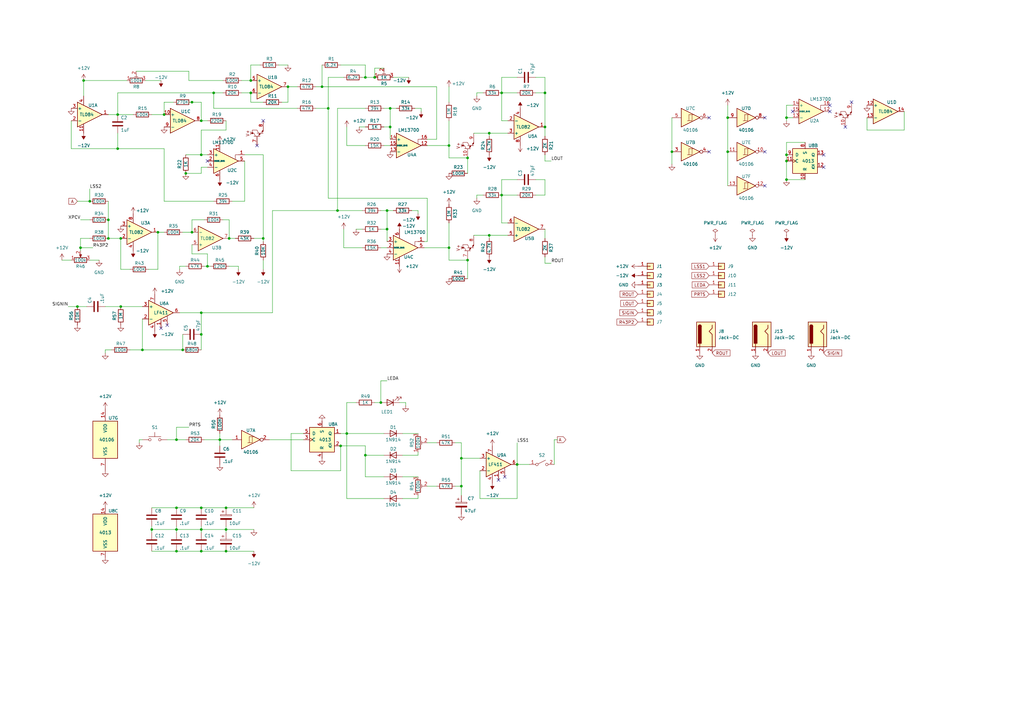
<source format=kicad_sch>
(kicad_sch (version 20211123) (generator eeschema)
  (paper "A3")
  (junction (at 33.02 101.6))
  (junction (at 92.71 208.28))
  (junction (at 200.66 96.52))
  (junction (at 78.74 95.25))
  (junction (at 153.67 31.75))
  (junction (at 184.15 101.6))
  (junction (at 142.24 177.8))
  (junction (at 72.39 226.06))
  (junction (at 62.23 217.17))
  (junction (at 156.21 165.1))
  (junction (at 74.93 143.51))
  (junction (at 31.75 125.73))
  (junction (at 102.87 33.02))
  (junction (at 90.17 180.34))
  (junction (at 92.71 226.06))
  (junction (at 34.29 33.02))
  (junction (at 134.62 44.45))
  (junction (at 87.63 38.1))
  (junction (at 189.23 187.96))
  (junction (at 223.52 52.07))
  (junction (at 82.55 63.5))
  (junction (at 160.02 52.07))
  (junction (at 58.42 143.51))
  (junction (at 138.43 86.36))
  (junction (at 64.77 95.25))
  (junction (at 36.83 82.55))
  (junction (at 275.59 62.23))
  (junction (at 44.45 90.17))
  (junction (at 82.55 226.06))
  (junction (at 49.53 125.73))
  (junction (at 200.66 54.61))
  (junction (at 78.74 41.91))
  (junction (at 298.45 62.23))
  (junction (at 322.58 63.5))
  (junction (at 149.86 31.75))
  (junction (at 223.52 38.1))
  (junction (at 191.77 64.77))
  (junction (at 322.58 73.66))
  (junction (at 82.55 49.53))
  (junction (at 205.74 38.1))
  (junction (at 82.55 208.28))
  (junction (at 82.55 137.16))
  (junction (at 76.2 71.12))
  (junction (at 49.53 97.79))
  (junction (at 82.55 128.27))
  (junction (at 82.55 217.17))
  (junction (at 92.71 217.17))
  (junction (at 72.39 217.17))
  (junction (at 212.09 190.5))
  (junction (at 44.45 97.79))
  (junction (at 189.23 199.39))
  (junction (at 102.87 38.1))
  (junction (at 139.7 182.88))
  (junction (at 322.58 48.26))
  (junction (at 184.15 59.69))
  (junction (at 149.86 186.69))
  (junction (at 72.39 180.34))
  (junction (at 205.74 80.01))
  (junction (at 158.75 86.36))
  (junction (at 132.08 35.56))
  (junction (at 191.77 106.68))
  (junction (at 298.45 48.26))
  (junction (at 72.39 208.28))
  (junction (at 160.02 44.45))
  (junction (at 67.31 46.99))
  (junction (at 322.58 66.04))
  (junction (at 48.26 60.96))
  (junction (at 93.98 97.79))
  (junction (at 85.09 109.22))
  (junction (at 107.95 97.79))
  (junction (at 48.26 46.99))
  (junction (at 158.75 93.98))
  (junction (at 118.11 35.56))
  (no_connect (at 325.12 45.72))
  (no_connect (at 66.04 134.62))
  (no_connect (at 68.58 133.35))
  (no_connect (at 105.41 59.69))
  (no_connect (at 107.95 49.53))
  (no_connect (at 337.82 68.58))
  (no_connect (at 337.82 63.5))
  (no_connect (at 204.47 196.85))
  (no_connect (at 207.01 195.58))
  (no_connect (at 313.69 62.23))
  (no_connect (at 290.83 62.23))
  (no_connect (at 290.83 48.26))
  (no_connect (at 313.69 48.26))
  (no_connect (at 313.69 76.2))
  (no_connect (at 346.71 52.07))
  (no_connect (at 349.25 41.91))
  (no_connect (at 340.36 45.72))
  (no_connect (at 340.36 43.18))
  (no_connect (at 85.09 66.04))
  (wire (pts (xy 85.09 109.22) (xy 86.36 109.22)))
  (wire (pts (xy 82.55 53.34) (xy 82.55 63.5)))
  (wire (pts (xy 322.58 73.66) (xy 330.2 73.66)))
  (wire (pts (xy 275.59 48.26) (xy 275.59 62.23)))
  (wire (pts (xy 102.87 33.02) (xy 102.87 26.67)))
  (wire (pts (xy 191.77 64.77) (xy 191.77 71.12)))
  (wire (pts (xy 72.39 180.34) (xy 76.2 180.34)))
  (wire (pts (xy 43.18 143.51) (xy 45.72 143.51)))
  (wire (pts (xy 48.26 46.99) (xy 48.26 38.1)))
  (wire (pts (xy 194.31 96.52) (xy 200.66 96.52)))
  (wire (pts (xy 205.74 80.01) (xy 205.74 91.44)))
  (wire (pts (xy 102.87 26.67) (xy 106.68 26.67)))
  (wire (pts (xy 175.26 81.28) (xy 175.26 99.06)))
  (wire (pts (xy 157.48 59.69) (xy 160.02 59.69)))
  (wire (pts (xy 157.48 52.07) (xy 160.02 52.07)))
  (wire (pts (xy 153.67 165.1) (xy 156.21 165.1)))
  (wire (pts (xy 31.75 125.73) (xy 35.56 125.73)))
  (wire (pts (xy 175.26 99.06) (xy 173.99 99.06)))
  (wire (pts (xy 147.32 52.07) (xy 149.86 52.07)))
  (wire (pts (xy 78.74 90.17) (xy 83.82 90.17)))
  (wire (pts (xy 212.09 181.61) (xy 212.09 190.5)))
  (wire (pts (xy 139.7 182.88) (xy 149.86 182.88)))
  (wire (pts (xy 219.71 80.01) (xy 223.52 80.01)))
  (wire (pts (xy 158.75 86.36) (xy 158.75 93.98)))
  (wire (pts (xy 67.31 41.91) (xy 71.12 41.91)))
  (wire (pts (xy 134.62 44.45) (xy 134.62 31.75)))
  (wire (pts (xy 355.6 48.26) (xy 355.6 53.34)))
  (wire (pts (xy 208.28 49.53) (xy 205.74 49.53)))
  (wire (pts (xy 72.39 217.17) (xy 82.55 217.17)))
  (wire (pts (xy 205.74 80.01) (xy 205.74 73.66)))
  (wire (pts (xy 149.86 186.69) (xy 157.48 186.69)))
  (wire (pts (xy 153.67 31.75) (xy 153.67 27.94)))
  (wire (pts (xy 165.1 204.47) (xy 171.45 204.47)))
  (wire (pts (xy 33.02 97.79) (xy 33.02 101.6)))
  (wire (pts (xy 205.74 38.1) (xy 212.09 38.1)))
  (wire (pts (xy 99.06 38.1) (xy 102.87 38.1)))
  (wire (pts (xy 156.21 165.1) (xy 156.21 156.21)))
  (wire (pts (xy 64.77 95.25) (xy 67.31 95.25)))
  (wire (pts (xy 104.14 97.79) (xy 107.95 97.79)))
  (wire (pts (xy 175.26 199.39) (xy 179.07 199.39)))
  (wire (pts (xy 73.66 110.49) (xy 73.66 109.22)))
  (wire (pts (xy 160.02 52.07) (xy 160.02 57.15)))
  (wire (pts (xy 82.55 128.27) (xy 82.55 137.16)))
  (wire (pts (xy 72.39 180.34) (xy 72.39 175.26)))
  (wire (pts (xy 62.23 217.17) (xy 62.23 218.44)))
  (wire (pts (xy 73.66 109.22) (xy 76.2 109.22)))
  (wire (pts (xy 33.02 101.6) (xy 38.1 101.6)))
  (wire (pts (xy 93.98 109.22) (xy 97.79 109.22)))
  (wire (pts (xy 223.52 107.95) (xy 226.06 107.95)))
  (wire (pts (xy 82.55 68.58) (xy 85.09 68.58)))
  (wire (pts (xy 87.63 38.1) (xy 91.44 38.1)))
  (wire (pts (xy 57.15 181.61) (xy 57.15 180.34)))
  (wire (pts (xy 179.07 57.15) (xy 175.26 57.15)))
  (wire (pts (xy 142.24 165.1) (xy 146.05 165.1)))
  (wire (pts (xy 146.05 93.98) (xy 148.59 93.98)))
  (wire (pts (xy 78.74 100.33) (xy 78.74 104.14)))
  (wire (pts (xy 57.15 180.34) (xy 58.42 180.34)))
  (wire (pts (xy 161.29 31.75) (xy 167.64 31.75)))
  (wire (pts (xy 139.7 193.04) (xy 139.7 182.88)))
  (wire (pts (xy 48.26 60.96) (xy 48.26 54.61)))
  (wire (pts (xy 142.24 59.69) (xy 149.86 59.69)))
  (wire (pts (xy 48.26 46.99) (xy 54.61 46.99)))
  (wire (pts (xy 53.34 143.51) (xy 58.42 143.51)))
  (wire (pts (xy 140.97 101.6) (xy 148.59 101.6)))
  (wire (pts (xy 82.55 63.5) (xy 85.09 63.5)))
  (wire (pts (xy 200.66 54.61) (xy 208.28 54.61)))
  (wire (pts (xy 82.55 71.12) (xy 82.55 68.58)))
  (wire (pts (xy 195.58 81.28) (xy 195.58 80.01)))
  (wire (pts (xy 62.23 226.06) (xy 72.39 226.06)))
  (wire (pts (xy 134.62 81.28) (xy 175.26 81.28)))
  (wire (pts (xy 195.58 80.01) (xy 198.12 80.01)))
  (wire (pts (xy 83.82 180.34) (xy 90.17 180.34)))
  (wire (pts (xy 139.7 177.8) (xy 142.24 177.8)))
  (wire (pts (xy 223.52 73.66) (xy 219.71 73.66)))
  (wire (pts (xy 90.17 180.34) (xy 90.17 177.8)))
  (wire (pts (xy 195.58 39.37) (xy 195.58 38.1)))
  (wire (pts (xy 179.07 35.56) (xy 132.08 35.56)))
  (wire (pts (xy 330.2 58.42) (xy 322.58 58.42)))
  (wire (pts (xy 322.58 66.04) (xy 322.58 73.66)))
  (wire (pts (xy 85.09 104.14) (xy 85.09 109.22)))
  (wire (pts (xy 92.71 217.17) (xy 92.71 218.44)))
  (wire (pts (xy 138.43 44.45) (xy 149.86 44.45)))
  (wire (pts (xy 97.79 109.22) (xy 97.79 110.49)))
  (wire (pts (xy 200.66 96.52) (xy 200.66 97.79)))
  (wire (pts (xy 149.86 186.69) (xy 149.86 195.58)))
  (wire (pts (xy 82.55 137.16) (xy 82.55 143.51)))
  (wire (pts (xy 298.45 62.23) (xy 298.45 76.2)))
  (wire (pts (xy 48.26 38.1) (xy 87.63 38.1)))
  (wire (pts (xy 322.58 48.26) (xy 322.58 43.18)))
  (wire (pts (xy 29.21 49.53) (xy 29.21 60.96)))
  (wire (pts (xy 43.18 144.78) (xy 43.18 143.51)))
  (wire (pts (xy 34.29 33.02) (xy 52.07 33.02)))
  (wire (pts (xy 62.23 217.17) (xy 72.39 217.17)))
  (wire (pts (xy 195.58 38.1) (xy 198.12 38.1)))
  (wire (pts (xy 149.86 182.88) (xy 149.86 186.69)))
  (wire (pts (xy 92.71 217.17) (xy 104.14 217.17)))
  (wire (pts (xy 189.23 187.96) (xy 189.23 199.39)))
  (wire (pts (xy 142.24 204.47) (xy 157.48 204.47)))
  (wire (pts (xy 68.58 180.34) (xy 72.39 180.34)))
  (wire (pts (xy 142.24 177.8) (xy 142.24 204.47)))
  (wire (pts (xy 90.17 180.34) (xy 95.25 180.34)))
  (wire (pts (xy 191.77 106.68) (xy 191.77 114.3)))
  (wire (pts (xy 134.62 31.75) (xy 140.97 31.75)))
  (wire (pts (xy 132.08 26.67) (xy 132.08 35.56)))
  (wire (pts (xy 184.15 106.68) (xy 191.77 106.68)))
  (wire (pts (xy 149.86 31.75) (xy 153.67 31.75)))
  (wire (pts (xy 59.69 33.02) (xy 66.04 33.02)))
  (wire (pts (xy 87.63 44.45) (xy 121.92 44.45)))
  (wire (pts (xy 160.02 44.45) (xy 162.56 44.45)))
  (wire (pts (xy 205.74 49.53) (xy 205.74 38.1)))
  (wire (pts (xy 72.39 208.28) (xy 82.55 208.28)))
  (wire (pts (xy 142.24 52.07) (xy 142.24 59.69)))
  (wire (pts (xy 156.21 86.36) (xy 158.75 86.36)))
  (wire (pts (xy 78.74 41.91) (xy 82.55 41.91)))
  (wire (pts (xy 90.17 180.34) (xy 90.17 182.88)))
  (wire (pts (xy 49.53 125.73) (xy 58.42 125.73)))
  (wire (pts (xy 100.33 82.55) (xy 95.25 82.55)))
  (wire (pts (xy 49.53 110.49) (xy 53.34 110.49)))
  (wire (pts (xy 298.45 43.18) (xy 298.45 48.26)))
  (wire (pts (xy 168.91 86.36) (xy 171.45 86.36)))
  (wire (pts (xy 33.02 101.6) (xy 33.02 102.87)))
  (wire (pts (xy 370.84 53.34) (xy 370.84 45.72)))
  (wire (pts (xy 100.33 66.04) (xy 100.33 82.55)))
  (wire (pts (xy 189.23 187.96) (xy 196.85 187.96)))
  (wire (pts (xy 138.43 86.36) (xy 148.59 86.36)))
  (wire (pts (xy 62.23 208.28) (xy 72.39 208.28)))
  (wire (pts (xy 60.96 110.49) (xy 64.77 110.49)))
  (wire (pts (xy 92.71 215.9) (xy 92.71 217.17)))
  (wire (pts (xy 219.71 38.1) (xy 223.52 38.1)))
  (wire (pts (xy 186.69 181.61) (xy 189.23 181.61)))
  (wire (pts (xy 165.1 186.69) (xy 171.45 186.69)))
  (wire (pts (xy 156.21 93.98) (xy 158.75 93.98)))
  (wire (pts (xy 62.23 46.99) (xy 67.31 46.99)))
  (wire (pts (xy 175.26 181.61) (xy 179.07 181.61)))
  (wire (pts (xy 160.02 44.45) (xy 160.02 52.07)))
  (wire (pts (xy 129.54 35.56) (xy 132.08 35.56)))
  (wire (pts (xy 82.55 128.27) (xy 111.76 128.27)))
  (wire (pts (xy 212.09 204.47) (xy 212.09 190.5)))
  (wire (pts (xy 67.31 82.55) (xy 87.63 82.55)))
  (wire (pts (xy 49.53 97.79) (xy 49.53 110.49)))
  (wire (pts (xy 72.39 175.26) (xy 77.47 175.26)))
  (wire (pts (xy 298.45 48.26) (xy 298.45 62.23)))
  (wire (pts (xy 82.55 49.53) (xy 85.09 49.53)))
  (wire (pts (xy 223.52 80.01) (xy 223.52 73.66)))
  (wire (pts (xy 158.75 93.98) (xy 158.75 99.06)))
  (wire (pts (xy 200.66 96.52) (xy 208.28 96.52)))
  (wire (pts (xy 129.54 44.45) (xy 134.62 44.45)))
  (wire (pts (xy 184.15 35.56) (xy 184.15 41.91)))
  (wire (pts (xy 118.11 35.56) (xy 118.11 41.91)))
  (wire (pts (xy 76.2 63.5) (xy 82.55 63.5)))
  (wire (pts (xy 196.85 204.47) (xy 212.09 204.47)))
  (wire (pts (xy 172.72 44.45) (xy 172.72 45.72)))
  (wire (pts (xy 44.45 97.79) (xy 49.53 97.79)))
  (wire (pts (xy 82.55 208.28) (xy 92.71 208.28)))
  (wire (pts (xy 184.15 101.6) (xy 184.15 91.44)))
  (wire (pts (xy 62.23 215.9) (xy 62.23 217.17)))
  (wire (pts (xy 223.52 31.75) (xy 219.71 31.75)))
  (wire (pts (xy 142.24 177.8) (xy 142.24 165.1)))
  (wire (pts (xy 196.85 193.04) (xy 196.85 204.47)))
  (wire (pts (xy 149.86 195.58) (xy 157.48 195.58)))
  (wire (pts (xy 134.62 44.45) (xy 134.62 81.28)))
  (wire (pts (xy 175.26 59.69) (xy 184.15 59.69)))
  (wire (pts (xy 67.31 46.99) (xy 67.31 41.91)))
  (wire (pts (xy 322.58 48.26) (xy 325.12 48.26)))
  (wire (pts (xy 82.55 217.17) (xy 92.71 217.17)))
  (wire (pts (xy 227.33 180.34) (xy 228.6 180.34)))
  (wire (pts (xy 322.58 43.18) (xy 325.12 43.18)))
  (wire (pts (xy 223.52 105.41) (xy 223.52 107.95)))
  (wire (pts (xy 189.23 199.39) (xy 189.23 203.2)))
  (wire (pts (xy 36.83 77.47) (xy 36.83 82.55)))
  (wire (pts (xy 170.18 44.45) (xy 172.72 44.45)))
  (wire (pts (xy 119.38 177.8) (xy 119.38 193.04)))
  (wire (pts (xy 82.55 217.17) (xy 82.55 218.44)))
  (wire (pts (xy 186.69 199.39) (xy 189.23 199.39)))
  (wire (pts (xy 223.52 93.98) (xy 223.52 97.79)))
  (wire (pts (xy 73.66 128.27) (xy 82.55 128.27)))
  (wire (pts (xy 138.43 44.45) (xy 138.43 86.36)))
  (wire (pts (xy 205.74 73.66) (xy 212.09 73.66)))
  (wire (pts (xy 55.88 29.21) (xy 77.47 29.21)))
  (wire (pts (xy 93.98 97.79) (xy 96.52 97.79)))
  (wire (pts (xy 93.98 90.17) (xy 93.98 97.79)))
  (wire (pts (xy 205.74 31.75) (xy 212.09 31.75)))
  (wire (pts (xy 102.87 41.91) (xy 107.95 41.91)))
  (wire (pts (xy 171.45 186.69) (xy 171.45 185.42)))
  (wire (pts (xy 205.74 38.1) (xy 205.74 31.75)))
  (wire (pts (xy 119.38 193.04) (xy 139.7 193.04)))
  (wire (pts (xy 58.42 143.51) (xy 58.42 130.81)))
  (wire (pts (xy 223.52 52.07) (xy 223.52 55.88)))
  (wire (pts (xy 107.95 97.79) (xy 107.95 99.06)))
  (wire (pts (xy 36.83 106.68) (xy 40.64 106.68)))
  (wire (pts (xy 140.97 93.98) (xy 140.97 101.6)))
  (wire (pts (xy 107.95 63.5) (xy 107.95 97.79)))
  (wire (pts (xy 157.48 44.45) (xy 160.02 44.45)))
  (wire (pts (xy 25.4 106.68) (xy 29.21 106.68)))
  (wire (pts (xy 110.49 180.34) (xy 124.46 180.34)))
  (wire (pts (xy 212.09 190.5) (xy 217.17 190.5)))
  (wire (pts (xy 107.95 106.68) (xy 107.95 110.49)))
  (wire (pts (xy 99.06 33.02) (xy 102.87 33.02)))
  (wire (pts (xy 48.26 60.96) (xy 67.31 60.96)))
  (wire (pts (xy 355.6 53.34) (xy 370.84 53.34)))
  (wire (pts (xy 194.31 54.61) (xy 200.66 54.61)))
  (wire (pts (xy 82.55 226.06) (xy 92.71 226.06)))
  (wire (pts (xy 158.75 86.36) (xy 161.29 86.36)))
  (wire (pts (xy 149.86 26.67) (xy 149.86 31.75)))
  (wire (pts (xy 64.77 110.49) (xy 64.77 95.25)))
  (wire (pts (xy 322.58 49.53) (xy 322.58 48.26)))
  (wire (pts (xy 179.07 57.15) (xy 179.07 35.56)))
  (wire (pts (xy 87.63 38.1) (xy 87.63 44.45)))
  (wire (pts (xy 92.71 226.06) (xy 104.14 226.06)))
  (wire (pts (xy 173.99 101.6) (xy 184.15 101.6)))
  (wire (pts (xy 200.66 54.61) (xy 200.66 55.88)))
  (wire (pts (xy 223.52 63.5) (xy 223.52 66.04)))
  (wire (pts (xy 43.18 125.73) (xy 49.53 125.73)))
  (wire (pts (xy 322.58 63.5) (xy 322.58 66.04)))
  (wire (pts (xy 72.39 215.9) (xy 72.39 217.17)))
  (wire (pts (xy 171.45 204.47) (xy 171.45 203.2)))
  (wire (pts (xy 114.3 26.67) (xy 118.11 26.67)))
  (wire (pts (xy 166.37 165.1) (xy 166.37 166.37)))
  (wire (pts (xy 74.93 95.25) (xy 78.74 95.25)))
  (wire (pts (xy 275.59 62.23) (xy 275.59 67.31)))
  (wire (pts (xy 29.21 60.96) (xy 48.26 60.96)))
  (wire (pts (xy 156.21 156.21) (xy 158.75 156.21)))
  (wire (pts (xy 163.83 165.1) (xy 166.37 165.1)))
  (wire (pts (xy 82.55 215.9) (xy 82.55 217.17)))
  (wire (pts (xy 156.21 101.6) (xy 158.75 101.6)))
  (wire (pts (xy 208.28 91.44) (xy 205.74 91.44)))
  (wire (pts (xy 67.31 60.96) (xy 67.31 82.55)))
  (wire (pts (xy 92.71 208.28) (xy 104.14 208.28)))
  (wire (pts (xy 92.71 53.34) (xy 82.55 53.34)))
  (wire (pts (xy 139.7 26.67) (xy 149.86 26.67)))
  (wire (pts (xy 223.52 66.04) (xy 226.06 66.04)))
  (wire (pts (xy 165.1 177.8) (xy 171.45 177.8)))
  (wire (pts (xy 77.47 29.21) (xy 77.47 33.02)))
  (wire (pts (xy 72.39 226.06) (xy 82.55 226.06)))
  (wire (pts (xy 72.39 217.17) (xy 72.39 218.44)))
  (wire (pts (xy 91.44 90.17) (xy 93.98 90.17)))
  (wire (pts (xy 322.58 58.42) (xy 322.58 63.5)))
  (wire (pts (xy 223.52 52.07) (xy 223.52 38.1)))
  (wire (pts (xy 34.29 33.02) (xy 34.29 39.37)))
  (wire (pts (xy 92.71 49.53) (xy 92.71 53.34)))
  (wire (pts (xy 189.23 181.61) (xy 189.23 187.96)))
  (wire (pts (xy 153.67 27.94) (xy 157.48 27.94)))
  (wire (pts (xy 31.75 82.55) (xy 36.83 82.55)))
  (wire (pts (xy 184.15 101.6) (xy 184.15 106.68)))
  (wire (pts (xy 82.55 41.91) (xy 82.55 49.53)))
  (wire (pts (xy 74.93 137.16) (xy 74.93 143.51)))
  (wire (pts (xy 165.1 195.58) (xy 171.45 195.58)))
  (wire (pts (xy 44.45 82.55) (xy 44.45 90.17)))
  (wire (pts (xy 100.33 63.5) (xy 107.95 63.5)))
  (wire (pts (xy 118.11 41.91) (xy 115.57 41.91)))
  (wire (pts (xy 44.45 90.17) (xy 44.45 97.79)))
  (wire (pts (xy 205.74 80.01) (xy 212.09 80.01)))
  (wire (pts (xy 78.74 95.25) (xy 78.74 90.17)))
  (wire (pts (xy 27.94 125.73) (xy 31.75 125.73)))
  (wire (pts (xy 118.11 35.56) (xy 121.92 35.56)))
  (wire (pts (xy 102.87 38.1) (xy 102.87 41.91)))
  (wire (pts (xy 148.59 31.75) (xy 149.86 31.75)))
  (wire (pts (xy 111.76 86.36) (xy 111.76 128.27)))
  (wire (pts (xy 142.24 177.8) (xy 157.48 177.8)))
  (wire (pts (xy 184.15 64.77) (xy 191.77 64.77)))
  (wire (pts (xy 171.45 86.36) (xy 171.45 87.63)))
  (wire (pts (xy 227.33 190.5) (xy 227.33 180.34)))
  (wire (pts (xy 78.74 104.14) (xy 85.09 104.14)))
  (wire (pts (xy 124.46 177.8) (xy 119.38 177.8)))
  (wire (pts (xy 138.43 86.36) (xy 111.76 86.36)))
  (wire (pts (xy 36.83 97.79) (xy 33.02 97.79)))
  (wire (pts (xy 77.47 41.91) (xy 78.74 41.91)))
  (wire (pts (xy 223.52 38.1) (xy 223.52 31.75)))
  (wire (pts (xy 77.47 33.02) (xy 91.44 33.02)))
  (wire (pts (xy 76.2 71.12) (xy 82.55 71.12)))
  (wire (pts (xy 44.45 46.99) (xy 48.26 46.99)))
  (wire (pts (xy 33.02 90.17) (xy 36.83 90.17)))
  (wire (pts (xy 58.42 143.51) (xy 74.93 143.51)))
  (wire (pts (xy 184.15 59.69) (xy 184.15 49.53)))
  (wire (pts (xy 83.82 109.22) (xy 85.09 109.22)))
  (wire (pts (xy 184.15 59.69) (xy 184.15 64.77)))
  (label "LEDA" (at 158.75 156.21 0))
  (label "PRTS" (at 77.47 175.26 0))
  (label "XPCV" (at 33.02 90.17 180))
  (label "R43P2" (at 38.1 101.6 0))
  (label "ROUT" (at 226.06 107.95 0))
  (label "LSS1" (at 212.09 181.61 0))
  (label "LOUT" (at 226.06 66.04 0))
  (label "SIGNIN" (at 27.94 125.73 180))
  (label "LSS2" (at 36.83 77.47 0))
  (global_label "ROUT" (shape input) (at 261.62 120.65 180) (property "Intersheet References" "${INTERSHEET_REFS}" (effects hide)))
  (global_label "ROUT" (shape input) (at 292.1 144.78 0) (property "Intersheet References" "${INTERSHEET_REFS}" (effects hide)))
  (global_label "LOUT" (shape input) (at 314.96 144.78 0) (property "Intersheet References" "${INTERSHEET_REFS}" (effects hide)))
  (global_label "PRTS" (shape input) (at 290.83 120.65 180) (property "Intersheet References" "${INTERSHEET_REFS}" (effects hide)))
  (global_label "A" (shape input) (at 31.75 82.55 180) (property "Intersheet References" "${INTERSHEET_REFS}" (effects hide)))
  (global_label "SIGIN" (shape input) (at 261.62 128.27 180) (property "Intersheet References" "${INTERSHEET_REFS}" (effects hide)))
  (global_label "LSS1" (shape input) (at 290.83 109.22 180) (property "Intersheet References" "${INTERSHEET_REFS}" (effects hide)))
  (global_label "LEDA" (shape input) (at 290.83 116.84 180) (property "Intersheet References" "${INTERSHEET_REFS}" (effects hide)))
  (global_label "A" (shape output) (at 228.6 180.34 0) (property "Intersheet References" "${INTERSHEET_REFS}" (effects hide)))
  (global_label "SIGIN" (shape input) (at 337.82 144.78 0) (property "Intersheet References" "${INTERSHEET_REFS}" (effects hide)))
  (global_label "R43P2" (shape input) (at 261.62 132.08 180) (property "Intersheet References" "${INTERSHEET_REFS}" (effects hide)))
  (global_label "LSS2" (shape input) (at 290.83 113.03 180) (property "Intersheet References" "${INTERSHEET_REFS}" (effects hide)))
  (global_label "LOUT" (shape input) (at 261.62 124.46 180) (property "Intersheet References" "${INTERSHEET_REFS}" (effects hide)))
  (symbol (lib_id "power:GND") (at 275.59 67.31 0) (unit 1)
    (property "Reference" "#PWR0122" (effects hide))
    (property "Value" "GND" (effects hide))
  )
  (symbol (lib_id "power:GND") (at 195.58 39.37 0) (unit 1)
    (property "Reference" "#PWR0121" (effects hide))
    (property "Value" "GND" (at 195.58 44.45 0))
  )
  (symbol (lib_id "power:GND") (at 147.32 52.07 0) (unit 1)
    (property "Reference" "#PWR0108" (effects hide))
    (property "Value" "GND" (effects hide))
  )
  (symbol (lib_id "Connector_Generic:Conn_01x01") (at 266.7 124.46 0) (unit 1) (in_bom no)
    (property "Reference" "J5" (at 269.24 124.4599 0) (effects (justify left)))
    (property "Value" "Conn_01x01" (effects hide))
  )
  (symbol (lib_id "Connector_Generic:Conn_01x01") (at 295.91 120.65 0) (unit 1) (in_bom no)
    (property "Reference" "J12" (at 298.45 120.6499 0) (effects (justify left)))
    (property "Value" "Conn_01x01" (effects hide))
  )
  (symbol (lib_id "Device:R") (at 215.9 38.1 90) (unit 1)
    (property "Reference" "R7" (at 215.9 35.56 90))
    (property "Value" "20K" (at 215.9 38.1 90))
  )
  (symbol (lib_id "Device:R") (at 200.66 101.6 180) (unit 1)
    (property "Reference" "R42" (at 198.12 101.6 90))
    (property "Value" "4.7K" (at 200.66 101.6 90))
  )
  (symbol (lib_name "LF411_3") (lib_id "dhk:LF411") (at 204.47 190.5 0) (unit 2)
    (property "Reference" "U9" (effects hide))
    (property "Value" "LF411" (effects hide))
    (property "Datasheet" "http://www.ti.com/lit/ds/symlink/tl081.pdf" (effects hide))
  )
  (symbol (lib_id "Device:C") (at 62.23 222.25 0) (unit 1)
    (property "Reference" "C12" (at 63.5 219.71 0) (effects (justify left)))
    (property "Value" ".1uF" (at 63.5 224.79 0) (effects (justify left)))
  )
  (symbol (lib_id "power:+12V") (at 163.83 109.22 0) (mirror x) (unit 1)
    (property "Reference" "#PWR0153" (effects hide))
    (property "Value" "+12V" (at 168.91 109.22 0))
  )
  (symbol (lib_id "power:GND") (at 49.53 133.35 0) (unit 1)
    (property "Reference" "#PWR0140" (effects hide))
    (property "Value" "GND" (effects hide))
  )
  (symbol (lib_id "power:GND") (at 332.74 144.78 0) (unit 1)
    (property "Reference" "#PWR06" (effects hide))
    (property "Value" "GND" (at 332.74 149.86 0))
  )
  (symbol (lib_id "power:-12V") (at 213.36 44.45 0) (unit 1)
    (property "Reference" "#PWR0120" (effects hide))
    (property "Value" "-12V" (at 218.44 43.18 0))
  )
  (symbol (lib_id "Amplifier_Operational:TL082") (at 215.9 93.98 0) (mirror x) (unit 2)
    (property "Reference" "U5" (at 217.17 97.79 0))
    (property "Value" "TL082" (at 214.63 93.98 0))
    (property "Datasheet" "http://www.ti.com/lit/ds/symlink/tl081.pdf" (effects hide))
  )
  (symbol (lib_id "Device:R") (at 223.52 59.69 0) (mirror x) (unit 1)
    (property "Reference" "R21" (at 226.06 59.69 90))
    (property "Value" "2K" (at 223.52 59.69 90))
  )
  (symbol (lib_name "TL084_1") (lib_id "Amplifier_Operational:TL084") (at 36.83 46.99 0) (unit 5)
    (property "Reference" "U1" (effects hide))
    (property "Value" "TL084" (effects hide))
    (property "Datasheet" "http://www.ti.com/lit/ds/symlink/tl081.pdf" (effects hide))
  )
  (symbol (lib_id "power:-12V") (at 90.17 73.66 0) (mirror x) (unit 1)
    (property "Reference" "#PWR0104" (effects hide))
    (property "Value" "-12V" (at 95.25 74.93 0))
  )
  (symbol (lib_id "power:-12V") (at 34.29 54.61 0) (mirror x) (unit 1)
    (property "Reference" "#PWR0128" (effects hide))
    (property "Value" "-12V" (at 34.29 59.69 0))
  )
  (symbol (lib_id "Device:R") (at 125.73 44.45 90) (unit 1)
    (property "Reference" "R16" (at 125.73 41.91 90))
    (property "Value" "47K" (at 125.73 44.45 90))
  )
  (symbol (lib_id "Device:R") (at 187.96 71.12 90) (unit 1)
    (property "Reference" "R23" (at 187.96 68.58 90))
    (property "Value" "100K" (at 187.96 71.12 90))
  )
  (symbol (lib_id "Device:R") (at 90.17 109.22 90) (unit 1)
    (property "Reference" "R45" (at 90.17 106.68 90))
    (property "Value" "120K" (at 90.17 109.22 90))
  )
  (symbol (lib_id "Diode:1N914") (at 161.29 177.8 0) (mirror y) (unit 1)
    (property "Reference" "D1" (at 161.29 175.26 0))
    (property "Value" "1N914" (at 161.29 180.34 0))
    (property "Footprint" "Diode_THT:D_DO-35_SOD27_P7.62mm_Horizontal" (effects hide))
    (property "Datasheet" "http://www.vishay.com/docs/85622/1n914.pdf" (effects hide))
  )
  (symbol (lib_id "power:+12V") (at 201.93 182.88 0) (unit 1)
    (property "Reference" "#PWR0156" (effects hide))
    (property "Value" "+12V" (at 201.93 177.8 0))
  )
  (symbol (lib_id "Device:R") (at 78.74 143.51 90) (unit 1)
    (property "Reference" "R48" (at 78.74 140.97 90))
    (property "Value" "680K" (at 78.74 143.51 90))
  )
  (symbol (lib_id "power:+12V") (at 261.62 109.22 90) (unit 1)
    (property "Reference" "#PWR01" (effects hide))
    (property "Value" "+12V" (at 257.81 109.2199 90) (effects (justify left)))
  )
  (symbol (lib_id "Device:R") (at 107.95 102.87 180) (unit 1)
    (property "Reference" "R40" (at 105.41 102.87 90))
    (property "Value" "10K" (at 107.95 102.87 90))
  )
  (symbol (lib_id "Device:R") (at 40.64 90.17 90) (unit 1)
    (property "Reference" "R34" (at 40.64 87.63 90))
    (property "Value" "100K" (at 40.64 90.17 90))
  )
  (symbol (lib_id "Device:R") (at 80.01 180.34 90) (unit 1)
    (property "Reference" "R53" (at 80.01 177.8 90))
    (property "Value" "20K" (at 80.01 180.34 90))
  )
  (symbol (lib_id "power:GND") (at 189.23 210.82 0) (unit 1)
    (property "Reference" "#PWR0143" (effects hide))
    (property "Value" "GND" (effects hide))
  )
  (symbol (lib_id "power:-12V") (at 167.64 31.75 0) (mirror x) (unit 1)
    (property "Reference" "#PWR0101" (effects hide))
    (property "Value" "-12V" (at 163.83 33.02 0))
  )
  (symbol (lib_id "4xxx:40106") (at 306.07 62.23 0) (unit 5)
    (property "Reference" "U7" (at 306.07 58.42 0))
    (property "Value" "40106" (at 306.07 67.31 0))
    (property "Datasheet" "https://assets.nexperia.com/documents/data-sheet/HEF40106B.pdf" (effects hide))
  )
  (symbol (lib_id "power:-12V") (at 163.83 93.98 0) (unit 1)
    (property "Reference" "#PWR0111" (effects hide))
    (property "Value" "-12V" (at 167.64 92.71 0))
  )
  (symbol (lib_id "Amplifier_Operational:TL082") (at 57.15 95.25 0) (unit 1)
    (property "Reference" "U3" (at 59.69 91.44 0))
    (property "Value" "TL082" (at 55.88 95.25 0))
    (property "Datasheet" "http://www.ti.com/lit/ds/symlink/tl081.pdf" (effects hide))
  )
  (symbol (lib_id "Diode:1N914") (at 161.29 204.47 0) (unit 1)
    (property "Reference" "D4" (at 161.29 201.93 0))
    (property "Value" "1N914" (at 161.29 207.01 0))
    (property "Footprint" "Diode_THT:D_DO-35_SOD27_P7.62mm_Horizontal" (effects hide))
    (property "Datasheet" "http://www.vishay.com/docs/85622/1n914.pdf" (effects hide))
  )
  (symbol (lib_id "Device:R") (at 40.64 82.55 90) (unit 1)
    (property "Reference" "R30" (at 40.64 80.01 90))
    (property "Value" "100K" (at 40.64 82.55 90))
  )
  (symbol (lib_id "Device:R") (at 80.01 109.22 90) (unit 1)
    (property "Reference" "R44" (at 80.01 106.68 90))
    (property "Value" "47K" (at 80.01 109.22 90))
  )
  (symbol (lib_id "Device:C") (at 48.26 50.8 0) (unit 1)
    (property "Reference" "C2" (at 49.53 48.26 0) (effects (justify left)))
    (property "Value" "1uF" (at 49.53 53.34 0) (effects (justify left)))
  )
  (symbol (lib_id "power:-12V") (at 63.5 135.89 0) (mirror x) (unit 1)
    (property "Reference" "#PWR0136" (effects hide))
    (property "Value" "-12V" (at 68.58 137.16 0))
  )
  (symbol (lib_id "power:+12V") (at 54.61 87.63 0) (unit 1)
    (property "Reference" "#PWR0134" (effects hide))
    (property "Value" "+12V" (at 58.42 86.36 0))
  )
  (symbol (lib_id "Diode:1N914") (at 161.29 195.58 0) (mirror y) (unit 1)
    (property "Reference" "D3" (at 161.29 193.04 0))
    (property "Value" "1N914" (at 161.29 198.12 0))
    (property "Footprint" "Diode_THT:D_DO-35_SOD27_P7.62mm_Horizontal" (effects hide))
    (property "Datasheet" "http://www.vishay.com/docs/85622/1n914.pdf" (effects hide))
  )
  (symbol (lib_id "Connector_Generic:Conn_01x01") (at 266.7 116.84 0) (unit 1) (in_bom no)
    (property "Reference" "J3" (at 269.24 116.8399 0) (effects (justify left)))
    (property "Value" "Conn_01x01" (effects hide))
  )
  (symbol (lib_id "dhk:LF411") (at 66.04 128.27 0) (unit 1)
    (property "Reference" "U6" (at 67.31 124.46 0))
    (property "Value" "LF411" (at 66.04 128.27 0))
    (property "Datasheet" "http://www.ti.com/lit/ds/symlink/tl081.pdf" (effects hide))
  )
  (symbol (lib_id "Device:R_Potentiometer_Trim") (at 157.48 31.75 90) (unit 1)
    (property "Reference" "R5" (at 157.48 34.29 90))
    (property "Value" "1K" (at 157.48 31.75 90))
  )
  (symbol (lib_id "power:-12V") (at 97.79 110.49 0) (mirror x) (unit 1)
    (property "Reference" "#PWR0157" (effects hide))
    (property "Value" "-12V" (at 97.79 115.57 0))
  )
  (symbol (lib_id "Device:C") (at 215.9 31.75 90) (unit 1)
    (property "Reference" "C1" (at 213.36 30.48 0) (effects (justify left)))
    (property "Value" "47pF" (at 218.44 30.48 0) (effects (justify left)))
  )
  (symbol (lib_id "power:PWR_FLAG") (at 293.37 96.52 0) (unit 1)
    (property "Reference" "#FLG0103" (effects hide))
    (property "Value" "PWR_FLAG" (at 293.37 91.44 0))
  )
  (symbol (lib_id "power:GND") (at 308.61 96.52 0) (unit 1)
    (property "Reference" "#PWR0166" (effects hide))
    (property "Value" "GND" (at 308.61 101.6 0))
  )
  (symbol (lib_id "Device:R") (at 182.88 199.39 90) (unit 1)
    (property "Reference" "R55" (at 182.88 196.85 90))
    (property "Value" "47K" (at 182.88 199.39 90))
  )
  (symbol (lib_id "4xxx:40106") (at 43.18 180.34 0) (unit 7)
    (property "Reference" "U7" (at 44.45 171.45 0) (effects (justify left)))
    (property "Value" "40106" (at 40.64 180.34 0) (effects (justify left)))
    (property "Datasheet" "https://assets.nexperia.com/documents/data-sheet/HEF40106B.pdf" (effects hide))
  )
  (symbol (lib_id "Device:R") (at 49.53 129.54 180) (unit 1)
    (property "Reference" "R57" (at 46.99 129.54 90))
    (property "Value" "1M" (at 49.53 129.54 90))
  )
  (symbol (lib_id "power:+12V") (at 90.17 170.18 0) (unit 1)
    (property "Reference" "#PWR0147" (effects hide))
    (property "Value" "+12V" (at 90.17 165.1 0))
  )
  (symbol (lib_id "power:GND") (at 160.02 62.23 0) (unit 1)
    (property "Reference" "#PWR0106" (effects hide))
    (property "Value" "GND" (effects hide))
  )
  (symbol (lib_id "Device:R") (at 31.75 129.54 180) (unit 1)
    (property "Reference" "R56" (at 29.21 129.54 90))
    (property "Value" "10K" (at 31.75 129.54 90))
  )
  (symbol (lib_id "Diode:1N914") (at 161.29 186.69 0) (unit 1)
    (property "Reference" "D2" (at 161.29 184.15 0))
    (property "Value" "1N914" (at 161.29 189.23 0))
    (property "Footprint" "Diode_THT:D_DO-35_SOD27_P7.62mm_Horizontal" (effects hide))
    (property "Datasheet" "http://www.vishay.com/docs/85622/1n914.pdf" (effects hide))
  )
  (symbol (lib_id "power:-12V") (at 200.66 63.5 0) (mirror x) (unit 1)
    (property "Reference" "#PWR0115" (effects hide))
    (property "Value" "-12V" (at 200.66 68.58 0))
  )
  (symbol (lib_id "power:GND") (at 40.64 106.68 0) (unit 1)
    (property "Reference" "#PWR0141" (effects hide))
    (property "Value" "GND" (at 40.64 111.76 0))
  )
  (symbol (lib_id "4xxx:40106") (at 283.21 62.23 0) (unit 2)
    (property "Reference" "U7" (at 283.21 58.42 0))
    (property "Value" "40106" (at 283.21 67.31 0))
    (property "Datasheet" "https://assets.nexperia.com/documents/data-sheet/HEF40106B.pdf" (effects hide))
  )
  (symbol (lib_id "power:+12V") (at 90.17 58.42 0) (unit 1)
    (property "Reference" "#PWR0103" (effects hide))
    (property "Value" "+12V" (at 93.98 57.15 0))
  )
  (symbol (lib_id "Device:R") (at 201.93 38.1 90) (unit 1)
    (property "Reference" "R6" (at 201.93 35.56 90))
    (property "Value" "33k" (at 201.93 38.1 90))
  )
  (symbol (lib_id "power:GND") (at 184.15 71.12 0) (unit 1)
    (property "Reference" "#PWR0117" (effects hide))
    (property "Value" "GND" (effects hide))
  )
  (symbol (lib_id "dhk:LF411") (at 204.47 190.5 0) (unit 1)
    (property "Reference" "U9" (at 205.74 186.69 0))
    (property "Value" "LF411" (at 203.2 190.5 0))
    (property "Datasheet" "http://www.ti.com/lit/ds/symlink/tl081.pdf" (effects hide))
  )
  (symbol (lib_id "power:GND") (at 90.17 190.5 0) (unit 1)
    (property "Reference" "#PWR0146" (effects hide))
    (property "Value" "GND" (effects hide))
  )
  (symbol (lib_id "Device:R") (at 91.44 82.55 90) (unit 1)
    (property "Reference" "R25" (at 91.44 80.01 90))
    (property "Value" "39k" (at 91.44 82.55 90))
  )
  (symbol (lib_id "Device:R") (at 152.4 86.36 90) (unit 1)
    (property "Reference" "R26" (at 152.4 83.82 90))
    (property "Value" "39k" (at 152.4 86.36 90))
  )
  (symbol (lib_id "power:-12V") (at 322.58 96.52 0) (mirror x) (unit 1)
    (property "Reference" "#PWR0165" (effects hide))
    (property "Value" "-12V" (at 322.58 101.6 0))
  )
  (symbol (lib_id "power:GND") (at 67.31 52.07 0) (unit 1)
    (property "Reference" "#PWR0127" (effects hide))
    (property "Value" "GND" (effects hide))
  )
  (symbol (lib_id "power:+12V") (at 34.29 33.02 0) (unit 1)
    (property "Reference" "#PWR0131" (effects hide))
    (property "Value" "+12V" (at 34.29 27.94 0))
  )
  (symbol (lib_id "Device:R") (at 100.33 97.79 90) (unit 1)
    (property "Reference" "R39" (at 100.33 95.25 90))
    (property "Value" "43K" (at 100.33 97.79 90))
  )
  (symbol (lib_id "Device:R") (at 58.42 46.99 90) (unit 1)
    (property "Reference" "R15" (at 58.42 44.45 90))
    (property "Value" "100K" (at 58.42 46.99 90))
  )
  (symbol (lib_id "power:-12V") (at 261.62 113.03 90) (unit 1)
    (property "Reference" "#PWR02" (effects hide))
    (property "Value" "-12V" (at 257.81 113.0299 90) (effects (justify left)))
  )
  (symbol (lib_id "Amplifier_Operational:LM13700") (at 166.37 101.6 0) (mirror x) (unit 3)
    (property "Reference" "U4" (at 167.64 105.41 0))
    (property "Value" "LM13700" (at 170.18 95.25 0))
    (property "Datasheet" "http://www.ti.com/lit/ds/symlink/lm13700.pdf" (effects hide))
  )
  (symbol (lib_id "Connector:Jack-DC") (at 312.42 137.16 90) (mirror x) (unit 1)
    (property "Reference" "J13" (at 317.5 135.8899 90) (effects (justify right)))
    (property "Value" "Jack-DC" (at 317.5 138.4299 90) (effects (justify right)))
  )
  (symbol (lib_id "power:PWR_FLAG") (at 322.58 96.52 0) (unit 1)
    (property "Reference" "#FLG0101" (effects hide))
    (property "Value" "PWR_FLAG" (at 322.58 91.44 0))
  )
  (symbol (lib_id "Device:R") (at 49.53 143.51 90) (unit 1)
    (property "Reference" "R47" (at 49.53 140.97 90))
    (property "Value" "100K" (at 49.53 143.51 90))
  )
  (symbol (lib_id "power:+12V") (at 43.18 208.28 0) (unit 1)
    (property "Reference" "#PWR0163" (effects hide))
    (property "Value" "+12V" (at 43.18 203.2 0))
  )
  (symbol (lib_name "TL082_2") (lib_id "Amplifier_Operational:TL082") (at 215.9 52.07 0) (mirror x) (unit 3)
    (property "Reference" "U5" (effects hide))
    (property "Value" "TL082" (effects hide))
    (property "Datasheet" "http://www.ti.com/lit/ds/symlink/tl081.pdf" (effects hide))
  )
  (symbol (lib_id "power:-12V") (at 66.04 33.02 0) (mirror x) (unit 1)
    (property "Reference" "#PWR0129" (effects hide))
    (property "Value" "-12V" (at 66.04 31.75 0))
  )
  (symbol (lib_id "4xxx:4013") (at 43.18 218.44 0) (unit 3)
    (property "Reference" "U8" (at 44.45 209.55 0) (effects (justify left)))
    (property "Value" "4013" (at 40.64 218.44 0) (effects (justify left)))
    (property "Datasheet" "http://www.onsemi.com/pub/Collateral/MC14013B-D.PDF" (effects hide))
  )
  (symbol (lib_id "power:GND") (at 261.62 116.84 270) (unit 1)
    (property "Reference" "#PWR03" (effects hide))
    (property "Value" "GND" (at 257.81 116.8399 90) (effects (justify right)))
  )
  (symbol (lib_id "Amplifier_Operational:TL084") (at 74.93 49.53 0) (unit 3)
    (property "Reference" "U1" (at 76.2 45.72 0))
    (property "Value" "TL084" (at 73.66 49.53 0))
    (property "Datasheet" "http://www.ti.com/lit/ds/symlink/tl081.pdf" (effects hide))
  )
  (symbol (lib_id "Device:C") (at 215.9 73.66 90) (unit 1)
    (property "Reference" "C3" (at 213.36 72.39 0) (effects (justify left)))
    (property "Value" "47pF" (at 218.44 72.39 0) (effects (justify left)))
  )
  (symbol (lib_id "power:GND") (at 104.14 217.17 0) (unit 1)
    (property "Reference" "#PWR0148" (effects hide))
    (property "Value" "GND" (effects hide))
  )
  (symbol (lib_id "Device:R") (at 223.52 101.6 0) (mirror x) (unit 1)
    (property "Reference" "R37" (at 226.06 101.6 90))
    (property "Value" "2K" (at 223.52 101.6 90))
  )
  (symbol (lib_id "Device:R") (at 153.67 52.07 90) (unit 1)
    (property "Reference" "R17" (at 153.67 49.53 90))
    (property "Value" "1K" (at 153.67 52.07 90))
  )
  (symbol (lib_id "power:PWR_FLAG") (at 308.61 96.52 0) (unit 1)
    (property "Reference" "#FLG0102" (effects hide))
    (property "Value" "PWR_FLAG" (at 308.61 91.44 0))
  )
  (symbol (lib_id "4xxx:40106") (at 306.07 76.2 0) (unit 6)
    (property "Reference" "U7" (at 306.07 72.39 0))
    (property "Value" "40106" (at 306.07 81.28 0))
    (property "Datasheet" "https://assets.nexperia.com/documents/data-sheet/HEF40106B.pdf" (effects hide))
  )
  (symbol (lib_id "Device:R") (at 144.78 31.75 90) (unit 1)
    (property "Reference" "R4" (at 144.78 29.21 90))
    (property "Value" "6.2K" (at 144.78 31.75 90))
  )
  (symbol (lib_id "Device:R") (at 90.17 173.99 180) (unit 1)
    (property "Reference" "R50" (at 87.63 173.99 90))
    (property "Value" "100K" (at 90.17 173.99 90))
  )
  (symbol (lib_id "power:GND") (at 309.88 144.78 0) (unit 1)
    (property "Reference" "#PWR05" (effects hide))
    (property "Value" "GND" (at 309.88 149.86 0))
  )
  (symbol (lib_id "Amplifier_Operational:LM13700") (at 332.74 45.72 0) (mirror x) (unit 1)
    (property "Reference" "U2" (at 334.01 49.53 0))
    (property "Value" "LM13700" (at 336.55 40.64 0))
    (property "Datasheet" "http://www.ti.com/lit/ds/symlink/lm13700.pdf" (effects hide))
  )
  (symbol (lib_id "power:-12V") (at 54.61 102.87 0) (mirror x) (unit 1)
    (property "Reference" "#PWR0135" (effects hide))
    (property "Value" "-12V" (at 58.42 102.87 0))
  )
  (symbol (lib_id "Device:R") (at 111.76 41.91 90) (unit 1)
    (property "Reference" "R11" (at 111.76 39.37 90))
    (property "Value" "20K" (at 111.76 41.91 90))
  )
  (symbol (lib_id "power:GND") (at 57.15 181.61 0) (unit 1)
    (property "Reference" "#PWR0162" (effects hide))
    (property "Value" "GND" (effects hide))
  )
  (symbol (lib_id "Device:R") (at 74.93 41.91 90) (unit 1)
    (property "Reference" "R9" (at 74.93 39.37 90))
    (property "Value" "270K" (at 74.93 41.91 90))
  )
  (symbol (lib_id "Device:R") (at 152.4 101.6 90) (unit 1)
    (property "Reference" "R36" (at 152.4 99.06 90))
    (property "Value" "15K" (at 152.4 101.6 90))
  )
  (symbol (lib_id "Amplifier_Operational:TL082") (at 215.9 52.07 0) (mirror x) (unit 1)
    (property "Reference" "U5" (at 218.44 55.88 0))
    (property "Value" "TL082" (at 214.63 52.07 0))
    (property "Datasheet" "http://www.ti.com/lit/ds/symlink/tl081.pdf" (effects hide))
  )
  (symbol (lib_id "Connector_Generic:Conn_01x01") (at 266.7 109.22 0) (unit 1) (in_bom no)
    (property "Reference" "J1" (at 269.24 109.2199 0) (effects (justify left)))
    (property "Value" "Conn_01x01" (effects hide))
  )
  (symbol (lib_id "Device:C_Polarized") (at 189.23 207.01 0) (unit 1)
    (property "Reference" "C7" (at 191.77 204.47 0) (effects (justify left)))
    (property "Value" "47uF" (at 190.5 209.55 0) (effects (justify left)))
  )
  (symbol (lib_id "Device:R") (at 153.67 44.45 90) (unit 1)
    (property "Reference" "R13" (at 153.67 41.91 90))
    (property "Value" "39k" (at 153.67 44.45 90))
  )
  (symbol (lib_id "power:+12V") (at 104.14 208.28 0) (unit 1)
    (property "Reference" "#PWR0150" (effects hide))
    (property "Value" "+12V" (at 104.14 203.2 0))
  )
  (symbol (lib_id "Device:R") (at 135.89 26.67 90) (unit 1)
    (property "Reference" "R1" (at 135.89 24.13 90))
    (property "Value" "6.2K" (at 135.89 26.67 90))
  )
  (symbol (lib_id "Amplifier_Operational:TL084") (at 36.83 46.99 0) (unit 1)
    (property "Reference" "U1" (at 38.1 43.18 0))
    (property "Value" "TL084" (at 35.56 46.99 0))
    (property "Datasheet" "http://www.ti.com/lit/ds/symlink/tl081.pdf" (effects hide))
  )
  (symbol (lib_id "Device:R") (at 200.66 59.69 180) (unit 1)
    (property "Reference" "R24" (at 198.12 59.69 90))
    (property "Value" "4.7K" (at 200.66 59.69 90))
  )
  (symbol (lib_id "Device:R") (at 182.88 181.61 90) (unit 1)
    (property "Reference" "R51" (at 182.88 179.07 90))
    (property "Value" "47K" (at 182.88 181.61 90))
  )
  (symbol (lib_id "Amplifier_Operational:LM13700") (at 105.41 52.07 90) (unit 4)
    (property "Reference" "U2" (effects hide))
    (property "Value" "LM13700" (effects hide))
    (property "Datasheet" "http://www.ti.com/lit/ds/symlink/lm13700.pdf" (effects hide))
  )
  (symbol (lib_id "Connector:Jack-DC") (at 335.28 137.16 90) (mirror x) (unit 1)
    (property "Reference" "J14" (at 340.36 135.8899 90) (effects (justify right)))
    (property "Value" "Jack-DC" (at 340.36 138.4299 90) (effects (justify right)))
  )
  (symbol (lib_id "power:GND") (at 166.37 166.37 0) (unit 1)
    (property "Reference" "#PWR0152" (effects hide))
    (property "Value" "GND" (effects hide))
  )
  (symbol (lib_id "power:GND") (at 322.58 73.66 0) (unit 1)
    (property "Reference" "#PWR0123" (effects hide))
    (property "Value" "GND" (effects hide))
  )
  (symbol (lib_id "Device:R") (at 87.63 90.17 90) (unit 1)
    (property "Reference" "R31" (at 87.63 87.63 90))
    (property "Value" "100K" (at 87.63 90.17 90))
  )
  (symbol (lib_id "Connector_Generic:Conn_01x01") (at 295.91 116.84 0) (unit 1) (in_bom no)
    (property "Reference" "J11" (at 298.45 116.8399 0) (effects (justify left)))
    (property "Value" "Conn_01x01" (effects hide))
  )
  (symbol (lib_id "Connector_Generic:Conn_01x01") (at 266.7 128.27 0) (unit 1) (in_bom no)
    (property "Reference" "J6" (at 269.24 128.2699 0) (effects (justify left)))
    (property "Value" "Conn_01x01" (effects hide))
  )
  (symbol (lib_id "Amplifier_Operational:TL082") (at 86.36 97.79 0) (mirror x) (unit 2)
    (property "Reference" "U3" (at 88.9 101.6 0))
    (property "Value" "TL082" (at 85.09 97.79 0))
    (property "Datasheet" "http://www.ti.com/lit/ds/symlink/tl081.pdf" (effects hide))
  )
  (symbol (lib_id "Device:R") (at 95.25 33.02 90) (unit 1)
    (property "Reference" "R2" (at 95.25 30.48 90))
    (property "Value" "100K" (at 95.25 33.02 90))
  )
  (symbol (lib_id "Device:R") (at 184.15 87.63 0) (mirror x) (unit 1)
    (property "Reference" "R33" (at 186.69 87.63 90))
    (property "Value" "1M" (at 184.15 87.63 90))
  )
  (symbol (lib_id "Device:R") (at 152.4 93.98 90) (unit 1)
    (property "Reference" "R32" (at 152.4 91.44 90))
    (property "Value" "1K" (at 152.4 93.98 90))
  )
  (symbol (lib_id "Device:C") (at 62.23 212.09 0) (unit 1)
    (property "Reference" "C8" (at 63.5 209.55 0) (effects (justify left)))
    (property "Value" ".1uF" (at 63.5 214.63 0) (effects (justify left)))
  )
  (symbol (lib_id "Device:LED") (at 160.02 165.1 180) (unit 1)
    (property "Reference" "LED1" (at 158.75 168.91 0))
    (property "Value" "LED" (effects hide))
  )
  (symbol (lib_name "LF411_1") (lib_id "dhk:LF411") (at 66.04 128.27 0) (unit 2)
    (property "Reference" "U6" (effects hide))
    (property "Value" "LF411" (effects hide))
    (property "Datasheet" "http://www.ti.com/lit/ds/symlink/tl081.pdf" (effects hide))
  )
  (symbol (lib_id "Device:R_Potentiometer") (at 33.02 106.68 90) (unit 1) (on_board no)
    (property "Reference" "R46" (at 33.02 109.22 90))
    (property "Value" "100k" (at 33.02 106.68 90))
  )
  (symbol (lib_id "Device:R") (at 71.12 95.25 90) (unit 1)
    (property "Reference" "R35" (at 71.12 92.71 90))
    (property "Value" "100K" (at 71.12 95.25 90))
  )
  (symbol (lib_id "Device:C") (at 78.74 137.16 90) (unit 1)
    (property "Reference" "C5" (at 76.2 135.89 0) (effects (justify left)))
    (property "Value" "47pF" (at 81.28 135.89 0) (effects (justify left)))
  )
  (symbol (lib_id "power:GND") (at 158.75 104.14 0) (unit 1)
    (property "Reference" "#PWR0112" (effects hide))
    (property "Value" "GND" (effects hide))
  )
  (symbol (lib_id "power:GND") (at 118.11 26.67 0) (unit 1)
    (property "Reference" "#PWR0102" (effects hide))
    (property "Value" "GND" (effects hide))
  )
  (symbol (lib_id "Connector_Generic:Conn_01x01") (at 295.91 109.22 0) (unit 1) (in_bom no)
    (property "Reference" "J9" (at 298.45 109.2199 0) (effects (justify left)))
    (property "Value" "Conn_01x01" (effects hide))
  )
  (symbol (lib_id "Connector_Generic:Conn_01x01") (at 266.7 120.65 0) (unit 1) (in_bom no)
    (property "Reference" "J4" (at 269.24 120.6499 0) (effects (justify left)))
    (property "Value" "Conn_01x01" (effects hide))
  )
  (symbol (lib_id "power:+12V") (at 184.15 35.56 0) (unit 1)
    (property "Reference" "#PWR0119" (effects hide))
    (property "Value" "+12V" (at 187.96 34.29 0))
  )
  (symbol (lib_id "Connector_Generic:Conn_01x01") (at 266.7 113.03 0) (unit 1) (in_bom no)
    (property "Reference" "J2" (at 269.24 113.0299 0) (effects (justify left)))
    (property "Value" "Conn_01x01" (effects hide))
  )
  (symbol (lib_id "power:GND") (at 49.53 92.71 0) (unit 1)
    (property "Reference" "#PWR0133" (effects hide))
    (property "Value" "GND" (effects hide))
  )
  (symbol (lib_id "power:+12V") (at 298.45 43.18 0) (unit 1)
    (property "Reference" "#PWR0125" (effects hide))
    (property "Value" "+12V" (at 298.45 38.1 0))
  )
  (symbol (lib_id "Amplifier_Operational:TL084") (at 363.22 45.72 0) (unit 4)
    (property "Reference" "U1" (at 365.76 41.91 0))
    (property "Value" "TL084" (at 363.22 45.72 0))
    (property "Datasheet" "http://www.ti.com/lit/ds/symlink/tl081.pdf" (effects hide))
  )
  (symbol (lib_id "power:GND") (at 184.15 114.3 0) (unit 1)
    (property "Reference" "#PWR0154" (effects hide))
    (property "Value" "GND" (effects hide))
  )
  (symbol (lib_id "power:+12V") (at 43.18 167.64 0) (unit 1)
    (property "Reference" "#PWR0159" (effects hide))
    (property "Value" "+12V" (at 43.18 162.56 0))
  )
  (symbol (lib_id "Connector:Jack-DC") (at 289.56 137.16 90) (mirror x) (unit 1)
    (property "Reference" "J8" (at 294.64 135.8899 90) (effects (justify right)))
    (property "Value" "Jack-DC" (at 294.64 138.4299 90) (effects (justify right)))
  )
  (symbol (lib_id "power:GND") (at 43.18 193.04 0) (unit 1)
    (property "Reference" "#PWR0161" (effects hide))
    (property "Value" "GND" (effects hide))
  )
  (symbol (lib_id "Device:R") (at 76.2 67.31 180) (unit 1)
    (property "Reference" "R22" (at 73.66 67.31 90))
    (property "Value" "1K" (at 76.2 67.31 90))
  )
  (symbol (lib_id "Device:C") (at 39.37 125.73 90) (unit 1)
    (property "Reference" "C4" (at 36.83 124.46 0) (effects (justify left)))
    (property "Value" ".1uF" (at 41.91 124.46 0) (effects (justify left)))
  )
  (symbol (lib_id "power:+12V") (at 184.15 83.82 0) (unit 1)
    (property "Reference" "#PWR0116" (effects hide))
    (property "Value" "+12V" (at 184.15 78.74 0))
  )
  (symbol (lib_id "power:GND") (at 43.18 228.6 0) (unit 1)
    (property "Reference" "#PWR0164" (effects hide))
    (property "Value" "GND" (effects hide))
  )
  (symbol (lib_id "Device:R") (at 165.1 86.36 90) (unit 1)
    (property "Reference" "R27" (at 165.1 83.82 90))
    (property "Value" "33k" (at 165.1 86.36 90))
  )
  (symbol (lib_id "Device:C_Polarized") (at 92.71 222.25 0) (unit 1)
    (property "Reference" "C15" (at 95.25 219.71 0) (effects (justify left)))
    (property "Value" "10uF" (at 93.98 224.79 0) (effects (justify left)))
  )
  (symbol (lib_id "Amplifier_Operational:LM13700") (at 346.71 44.45 90) (unit 2)
    (property "Reference" "U2" (effects hide))
    (property "Value" "LM13700" (effects hide))
    (property "Datasheet" "http://www.ti.com/lit/ds/symlink/lm13700.pdf" (effects hide))
  )
  (symbol (lib_id "Device:R") (at 149.86 165.1 90) (unit 1)
    (property "Reference" "R49" (at 149.86 162.56 90))
    (property "Value" "1K" (at 149.86 165.1 90))
  )
  (symbol (lib_id "Device:R") (at 57.15 110.49 90) (unit 1)
    (property "Reference" "R43" (at 57.15 107.95 90))
    (property "Value" "100K" (at 57.15 110.49 90))
  )
  (symbol (lib_id "Device:R") (at 125.73 35.56 90) (unit 1)
    (property "Reference" "R12" (at 125.73 33.02 90))
    (property "Value" "47K" (at 125.73 35.56 90))
  )
  (symbol (lib_name "TL082_1") (lib_id "Amplifier_Operational:TL082") (at 57.15 95.25 0) (unit 3)
    (property "Reference" "U3" (effects hide))
    (property "Value" "TL082" (effects hide))
    (property "Datasheet" "http://www.ti.com/lit/ds/symlink/tl081.pdf" (effects hide))
  )
  (symbol (lib_id "Device:C") (at 72.39 222.25 0) (unit 1)
    (property "Reference" "C13" (at 73.66 219.71 0) (effects (justify left)))
    (property "Value" ".1uF" (at 73.66 224.79 0) (effects (justify left)))
  )
  (symbol (lib_id "Device:R") (at 215.9 80.01 90) (unit 1)
    (property "Reference" "R29" (at 215.9 77.47 90))
    (property "Value" "20K" (at 215.9 80.01 90))
  )
  (symbol (lib_name "LF411_4") (lib_id "dhk:LF411") (at 201.93 190.5 0) (unit 3)
    (property "Reference" "U9" (effects hide))
    (property "Value" "LF411" (effects hide))
    (property "Datasheet" "http://www.ti.com/lit/ds/symlink/tl081.pdf" (effects hide))
  )
  (symbol (lib_id "4xxx:40106") (at 283.21 48.26 0) (unit 3)
    (property "Reference" "U7" (at 283.21 44.45 0))
    (property "Value" "40106" (at 283.21 53.34 0))
    (property "Datasheet" "https://assets.nexperia.com/documents/data-sheet/HEF40106B.pdf" (effects hide))
  )
  (symbol (lib_id "Switch:SW_SPST") (at 222.25 190.5 0) (unit 1)
    (property "Reference" "S2" (at 222.25 186.69 0))
    (property "Value" "SW_SPST" (effects hide))
  )
  (symbol (lib_id "Amplifier_Operational:TL084") (at 110.49 35.56 0) (unit 2)
    (property "Reference" "U1" (at 111.76 31.75 0))
    (property "Value" "TL084" (at 109.22 35.56 0))
    (property "Datasheet" "http://www.ti.com/lit/ds/symlink/tl081.pdf" (effects hide))
  )
  (symbol (lib_id "4xxx:4013") (at 132.08 180.34 0) (unit 1)
    (property "Reference" "U8" (at 134.62 173.99 0) (effects (justify left)))
    (property "Value" "4013" (at 130.81 180.34 0) (effects (justify left)))
    (property "Datasheet" "http://www.onsemi.com/pub/Collateral/MC14013B-D.PDF" (effects hide))
  )
  (symbol (lib_id "Device:R") (at 187.96 114.3 90) (unit 1)
    (property "Reference" "R41" (at 187.96 111.76 90))
    (property "Value" "100K" (at 187.96 114.3 90))
  )
  (symbol (lib_id "power:-12V") (at 172.72 45.72 0) (mirror x) (unit 1)
    (property "Reference" "#PWR0105" (effects hide))
    (property "Value" "-12V" (at 168.91 48.26 0))
  )
  (symbol (lib_id "Device:R_Potentiometer_Trim") (at 55.88 33.02 90) (unit 1)
    (property "Reference" "R8" (at 55.88 35.56 90))
    (property "Value" "100k" (at 55.88 33.02 90))
  )
  (symbol (lib_id "Amplifier_Operational:LM13700") (at 191.77 99.06 90) (unit 4)
    (property "Reference" "U4" (effects hide))
    (property "Value" "LM13700" (effects hide))
    (property "Datasheet" "http://www.ti.com/lit/ds/symlink/lm13700.pdf" (effects hide))
  )
  (symbol (lib_id "power:-12V") (at 104.14 226.06 0) (mirror x) (unit 1)
    (property "Reference" "#PWR0149" (effects hide))
    (property "Value" "-12V" (at 104.14 231.14 0))
  )
  (symbol (lib_id "power:-12V") (at 201.93 198.12 0) (mirror x) (unit 1)
    (property "Reference" "#PWR0151" (effects hide))
    (property "Value" "-12V" (at 201.93 203.2 0))
  )
  (symbol (lib_id "power:GND") (at 29.21 44.45 0) (unit 1)
    (property "Reference" "#PWR0130" (effects hide))
    (property "Value" "GND" (effects hide))
  )
  (symbol (lib_id "Connector_Generic:Conn_01x01") (at 295.91 113.03 0) (unit 1) (in_bom no)
    (property "Reference" "J10" (at 298.45 113.0299 0) (effects (justify left)))
    (property "Value" "Conn_01x01" (effects hide))
  )
  (symbol (lib_id "4xxx:4013") (at 330.2 66.04 0) (unit 2)
    (property "Reference" "U8" (at 331.47 59.69 0) (effects (justify left)))
    (property "Value" "4013" (at 328.93 66.04 0) (effects (justify left)))
    (property "Datasheet" "http://www.onsemi.com/pub/Collateral/MC14013B-D.PDF" (effects hide))
  )
  (symbol (lib_id "Connector_Generic:Conn_01x01") (at 266.7 132.08 0) (unit 1) (in_bom no)
    (property "Reference" "J7" (at 269.24 132.0799 0) (effects (justify left)))
    (property "Value" "Conn_01x01" (effects hide))
  )
  (symbol (lib_id "power:GND") (at 76.2 71.12 0) (unit 1)
    (property "Reference" "#PWR0132" (effects hide))
    (property "Value" "GND" (effects hide))
  )
  (symbol (lib_id "power:GND") (at 132.08 187.96 0) (unit 1)
    (property "Reference" "#PWR0144" (effects hide))
    (property "Value" "GND" (effects hide))
  )
  (symbol (lib_id "Device:R") (at 40.64 97.79 90) (unit 1)
    (property "Reference" "R38" (at 40.64 95.25 90))
    (property "Value" "100K" (at 40.64 97.79 90))
  )
  (symbol (lib_id "power:GND") (at 132.08 172.72 0) (mirror x) (unit 1)
    (property "Reference" "#PWR0145" (effects hide))
    (property "Value" "GND" (effects hide))
  )
  (symbol (lib_id "Device:R") (at 201.93 80.01 90) (unit 1)
    (property "Reference" "R28" (at 201.93 77.47 90))
    (property "Value" "33k" (at 201.93 80.01 90))
  )
  (symbol (lib_id "Device:R") (at 166.37 44.45 90) (unit 1)
    (property "Reference" "R14" (at 166.37 41.91 90))
    (property "Value" "33k" (at 166.37 44.45 90))
  )
  (symbol (lib_name "LM13700_2") (lib_id "Amplifier_Operational:LM13700") (at 166.37 101.6 0) (mirror x) (unit 5)
    (property "Reference" "U4" (effects hide))
    (property "Value" "LM13700" (effects hide))
    (property "Datasheet" "http://www.ti.com/lit/ds/symlink/lm13700.pdf" (effects hide))
  )
  (symbol (lib_id "power:+12V") (at 25.4 106.68 0) (unit 1)
    (property "Reference" "#PWR0142" (effects hide))
    (property "Value" "+12V" (at 25.4 101.6 0))
  )
  (symbol (lib_id "Device:R") (at 95.25 38.1 90) (unit 1)
    (property "Reference" "R10" (at 95.25 35.56 90))
    (property "Value" "20K" (at 95.25 38.1 90))
  )
  (symbol (lib_id "4xxx:40106") (at 306.07 48.26 0) (unit 4)
    (property "Reference" "U7" (at 306.07 44.45 0))
    (property "Value" "40106" (at 306.07 53.34 0))
    (property "Datasheet" "https://assets.nexperia.com/documents/data-sheet/HEF40106B.pdf" (effects hide))
  )
  (symbol (lib_id "Device:R") (at 153.67 59.69 90) (unit 1)
    (property "Reference" "R20" (at 153.67 57.15 90))
    (property "Value" "15K" (at 153.67 59.69 90))
  )
  (symbol (lib_id "Device:C") (at 82.55 212.09 0) (unit 1)
    (property "Reference" "C10" (at 83.82 209.55 0) (effects (justify left)))
    (property "Value" ".1uF" (at 83.82 214.63 0) (effects (justify left)))
  )
  (symbol (lib_id "power:+12V") (at 293.37 96.52 0) (mirror x) (unit 1)
    (property "Reference" "#PWR0167" (effects hide))
    (property "Value" "+12V" (at 293.37 101.6 0))
  )
  (symbol (lib_id "Device:R_Potentiometer_Trim") (at 171.45 181.61 0) (mirror x) (unit 1)
    (property "Reference" "R52" (at 168.91 181.61 90))
    (property "Value" "100k" (at 171.45 181.61 90))
  )
  (symbol (lib_id "power:+12V") (at 213.36 59.69 0) (mirror x) (unit 1)
    (property "Reference" "#PWR0118" (effects hide))
    (property "Value" "+12V" (at 218.44 60.96 0))
  )
  (symbol (lib_id "Device:C") (at 72.39 212.09 0) (unit 1)
    (property "Reference" "C9" (at 73.66 209.55 0) (effects (justify left)))
    (property "Value" ".1uF" (at 73.66 214.63 0) (effects (justify left)))
  )
  (symbol (lib_id "Device:C_Polarized") (at 92.71 212.09 0) (unit 1)
    (property "Reference" "C11" (at 95.25 209.55 0) (effects (justify left)))
    (property "Value" "10uF" (at 93.98 214.63 0) (effects (justify left)))
  )
  (symbol (lib_id "power:GND") (at 73.66 110.49 0) (unit 1)
    (property "Reference" "#PWR0138" (effects hide))
    (property "Value" "GND" (at 73.66 115.57 0))
  )
  (symbol (lib_id "power:GND") (at 31.75 133.35 0) (unit 1)
    (property "Reference" "#PWR0139" (effects hide))
    (property "Value" "GND" (effects hide))
  )
  (symbol (lib_id "power:+12V") (at 140.97 93.98 0) (unit 1)
    (property "Reference" "#PWR0109" (effects hide))
    (property "Value" "+12V" (at 140.97 88.9 0))
  )
  (symbol (lib_id "power:+12V") (at 142.24 52.07 0) (unit 1)
    (property "Reference" "#PWR0107" (effects hide))
    (property "Value" "+12V" (at 147.32 49.53 0))
  )
  (symbol (lib_name "LM13700_1") (lib_id "Amplifier_Operational:LM13700") (at 92.71 66.04 0) (unit 5)
    (property "Reference" "U2" (effects hide))
    (property "Value" "LM13700" (effects hide))
    (property "Datasheet" "http://www.ti.com/lit/ds/symlink/lm13700.pdf" (effects hide))
  )
  (symbol (lib_id "Device:R") (at 184.15 45.72 0) (mirror x) (unit 1)
    (property "Reference" "R18" (at 186.69 45.72 90))
    (property "Value" "1M" (at 184.15 45.72 90))
  )
  (symbol (lib_id "power:GND") (at 355.6 43.18 0) (unit 1)
    (property "Reference" "#PWR0124" (effects hide))
    (property "Value" "GND" (effects hide))
  )
  (symbol (lib_id "power:-12V") (at 171.45 87.63 0) (mirror x) (unit 1)
    (property "Reference" "#PWR0113" (effects hide))
    (property "Value" "-12V" (at 167.64 90.17 0))
  )
  (symbol (lib_id "power:GND") (at 43.18 144.78 0) (unit 1)
    (property "Reference" "#PWR0160" (effects hide))
    (property "Value" "GND" (effects hide))
  )
  (symbol (lib_id "Amplifier_Operational:LM13700") (at 191.77 57.15 90) (unit 2)
    (property "Reference" "U4" (effects hide))
    (property "Value" "LM13700" (effects hide))
    (property "Datasheet" "http://www.ti.com/lit/ds/symlink/lm13700.pdf" (effects hide))
  )
  (symbol (lib_id "Amplifier_Operational:LM13700") (at 167.64 59.69 0) (mirror x) (unit 1)
    (property "Reference" "U4" (at 168.91 63.5 0))
    (property "Value" "LM13700" (at 167.64 53.34 0))
    (property "Datasheet" "http://www.ti.com/lit/ds/symlink/lm13700.pdf" (effects hide))
  )
  (symbol (lib_id "Device:C") (at 90.17 186.69 0) (unit 1)
    (property "Reference" "C6" (at 91.44 184.15 0) (effects (justify left)))
    (property "Value" ".1uF" (at 91.44 189.23 0) (effects (justify left)))
  )
  (symbol (lib_id "power:GND") (at 146.05 93.98 0) (unit 1)
    (property "Reference" "#PWR0110" (effects hide))
    (property "Value" "GND" (effects hide))
  )
  (symbol (lib_id "Device:R_Potentiometer_Trim") (at 171.45 199.39 0) (mirror x) (unit 1)
    (property "Reference" "R54" (at 168.91 199.39 90))
    (property "Value" "100k" (at 171.45 199.39 90))
  )
  (symbol (lib_id "power:GND") (at 322.58 49.53 0) (unit 1)
    (property "Reference" "#PWR0126" (effects hide))
    (property "Value" "GND" (effects hide))
  )
  (symbol (lib_id "Device:R") (at 110.49 26.67 90) (unit 1)
    (property "Reference" "R3" (at 110.49 24.13 90))
    (property "Value" "10K" (at 110.49 26.67 90))
  )
  (symbol (lib_id "4xxx:40106") (at 102.87 180.34 0) (unit 1)
    (property "Reference" "U7" (at 102.87 176.53 0))
    (property "Value" "40106" (at 102.87 185.42 0))
    (property "Datasheet" "https://assets.nexperia.com/documents/data-sheet/HEF40106B.pdf" (effects hide))
  )
  (symbol (lib_id "power:GND") (at 195.58 81.28 0) (unit 1)
    (property "Reference" "#PWR0114" (effects hide))
    (property "Value" "GND" (at 195.58 86.36 0))
  )
  (symbol (lib_name "LF411_2") (lib_id "dhk:LF411") (at 63.5 128.27 0) (unit 3)
    (property "Reference" "U6" (effects hide))
    (property "Value" "LF411" (effects hide))
    (property "Datasheet" "http://www.ti.com/lit/ds/symlink/tl081.pdf" (effects hide))
  )
  (symbol (lib_id "power:-12V") (at 200.66 105.41 0) (mirror x) (unit 1)
    (property "Reference" "#PWR0155" (effects hide))
    (property "Value" "-12V" (at 200.66 110.49 0))
  )
  (symbol (lib_id "power:-12V") (at 107.95 110.49 0) (mirror x) (unit 1)
    (property "Reference" "#PWR0158" (effects hide))
    (property "Value" "-12V" (at 107.95 115.57 0))
  )
  (symbol (lib_id "Switch:SW_Push") (at 63.5 180.34 0) (unit 1)
    (property "Reference" "S1" (at 63.5 175.26 0))
    (property "Value" "SW_Push" (effects hide))
  )
  (symbol (lib_id "Device:R") (at 88.9 49.53 90) (unit 1)
    (property "Reference" "R19" (at 88.9 46.99 90))
    (property "Value" "220K" (at 88.9 49.53 90))
  )
  (symbol (lib_id "power:+12V") (at 63.5 120.65 0) (unit 1)
    (property "Reference" "#PWR0137" (effects hide))
    (property "Value" "+12V" (at 68.58 119.38 0))
  )
  (symbol (lib_id "Amplifier_Operational:LM13700") (at 92.71 66.04 0) (mirror x) (unit 3)
    (property "Reference" "U2" (at 95.25 69.85 0))
    (property "Value" "LM13700" (at 91.44 58.42 0))
    (property "Datasheet" "http://www.ti.com/lit/ds/symlink/lm13700.pdf" (effects hide))
  )
  (symbol (lib_id "Device:C") (at 82.55 222.25 0) (unit 1)
    (property "Reference" "C14" (at 83.82 219.71 0) (effects (justify left)))
    (property "Value" ".1uF" (at 83.82 224.79 0) (effects (justify left)))
  )
  (symbol (lib_id "power:GND") (at 287.02 144.78 0) (unit 1)
    (property "Reference" "#PWR04" (effects hide))
    (property "Value" "GND" (at 287.02 149.86 0))
  )
)
</source>
